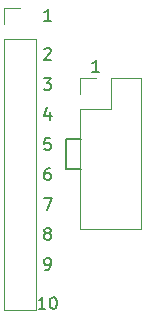
<source format=gto>
G04 #@! TF.GenerationSoftware,KiCad,Pcbnew,(5.1.6-0-10_14)*
G04 #@! TF.CreationDate,2020-08-07T14:29:10+09:00*
G04 #@! TF.ProjectId,breakout_2x5,62726561-6b6f-4757-945f-3278352e6b69,rev?*
G04 #@! TF.SameCoordinates,Original*
G04 #@! TF.FileFunction,Legend,Top*
G04 #@! TF.FilePolarity,Positive*
%FSLAX46Y46*%
G04 Gerber Fmt 4.6, Leading zero omitted, Abs format (unit mm)*
G04 Created by KiCad (PCBNEW (5.1.6-0-10_14)) date 2020-08-07 14:29:10*
%MOMM*%
%LPD*%
G01*
G04 APERTURE LIST*
%ADD10C,0.150000*%
%ADD11C,0.120000*%
G04 APERTURE END LIST*
D10*
X151415714Y-87066380D02*
X150844285Y-87066380D01*
X151130000Y-87066380D02*
X151130000Y-86066380D01*
X151034761Y-86209238D01*
X150939523Y-86304476D01*
X150844285Y-86352095D01*
X146875523Y-107132380D02*
X146304095Y-107132380D01*
X146589809Y-107132380D02*
X146589809Y-106132380D01*
X146494571Y-106275238D01*
X146399333Y-106370476D01*
X146304095Y-106418095D01*
X147494571Y-106132380D02*
X147589809Y-106132380D01*
X147685047Y-106180000D01*
X147732666Y-106227619D01*
X147780285Y-106322857D01*
X147827904Y-106513333D01*
X147827904Y-106751428D01*
X147780285Y-106941904D01*
X147732666Y-107037142D01*
X147685047Y-107084761D01*
X147589809Y-107132380D01*
X147494571Y-107132380D01*
X147399333Y-107084761D01*
X147351714Y-107037142D01*
X147304095Y-106941904D01*
X147256476Y-106751428D01*
X147256476Y-106513333D01*
X147304095Y-106322857D01*
X147351714Y-106227619D01*
X147399333Y-106180000D01*
X147494571Y-106132380D01*
X146875523Y-103830380D02*
X147066000Y-103830380D01*
X147161238Y-103782761D01*
X147208857Y-103735142D01*
X147304095Y-103592285D01*
X147351714Y-103401809D01*
X147351714Y-103020857D01*
X147304095Y-102925619D01*
X147256476Y-102878000D01*
X147161238Y-102830380D01*
X146970761Y-102830380D01*
X146875523Y-102878000D01*
X146827904Y-102925619D01*
X146780285Y-103020857D01*
X146780285Y-103258952D01*
X146827904Y-103354190D01*
X146875523Y-103401809D01*
X146970761Y-103449428D01*
X147161238Y-103449428D01*
X147256476Y-103401809D01*
X147304095Y-103354190D01*
X147351714Y-103258952D01*
X146970761Y-100718952D02*
X146875523Y-100671333D01*
X146827904Y-100623714D01*
X146780285Y-100528476D01*
X146780285Y-100480857D01*
X146827904Y-100385619D01*
X146875523Y-100338000D01*
X146970761Y-100290380D01*
X147161238Y-100290380D01*
X147256476Y-100338000D01*
X147304095Y-100385619D01*
X147351714Y-100480857D01*
X147351714Y-100528476D01*
X147304095Y-100623714D01*
X147256476Y-100671333D01*
X147161238Y-100718952D01*
X146970761Y-100718952D01*
X146875523Y-100766571D01*
X146827904Y-100814190D01*
X146780285Y-100909428D01*
X146780285Y-101099904D01*
X146827904Y-101195142D01*
X146875523Y-101242761D01*
X146970761Y-101290380D01*
X147161238Y-101290380D01*
X147256476Y-101242761D01*
X147304095Y-101195142D01*
X147351714Y-101099904D01*
X147351714Y-100909428D01*
X147304095Y-100814190D01*
X147256476Y-100766571D01*
X147161238Y-100718952D01*
X146732666Y-97750380D02*
X147399333Y-97750380D01*
X146970761Y-98750380D01*
X147256476Y-95210380D02*
X147066000Y-95210380D01*
X146970761Y-95258000D01*
X146923142Y-95305619D01*
X146827904Y-95448476D01*
X146780285Y-95638952D01*
X146780285Y-96019904D01*
X146827904Y-96115142D01*
X146875523Y-96162761D01*
X146970761Y-96210380D01*
X147161238Y-96210380D01*
X147256476Y-96162761D01*
X147304095Y-96115142D01*
X147351714Y-96019904D01*
X147351714Y-95781809D01*
X147304095Y-95686571D01*
X147256476Y-95638952D01*
X147161238Y-95591333D01*
X146970761Y-95591333D01*
X146875523Y-95638952D01*
X146827904Y-95686571D01*
X146780285Y-95781809D01*
X147304095Y-92670380D02*
X146827904Y-92670380D01*
X146780285Y-93146571D01*
X146827904Y-93098952D01*
X146923142Y-93051333D01*
X147161238Y-93051333D01*
X147256476Y-93098952D01*
X147304095Y-93146571D01*
X147351714Y-93241809D01*
X147351714Y-93479904D01*
X147304095Y-93575142D01*
X147256476Y-93622761D01*
X147161238Y-93670380D01*
X146923142Y-93670380D01*
X146827904Y-93622761D01*
X146780285Y-93575142D01*
X147256476Y-90463714D02*
X147256476Y-91130380D01*
X147018380Y-90082761D02*
X146780285Y-90797047D01*
X147399333Y-90797047D01*
X146732666Y-87590380D02*
X147351714Y-87590380D01*
X147018380Y-87971333D01*
X147161238Y-87971333D01*
X147256476Y-88018952D01*
X147304095Y-88066571D01*
X147351714Y-88161809D01*
X147351714Y-88399904D01*
X147304095Y-88495142D01*
X147256476Y-88542761D01*
X147161238Y-88590380D01*
X146875523Y-88590380D01*
X146780285Y-88542761D01*
X146732666Y-88495142D01*
X146780285Y-85145619D02*
X146827904Y-85098000D01*
X146923142Y-85050380D01*
X147161238Y-85050380D01*
X147256476Y-85098000D01*
X147304095Y-85145619D01*
X147351714Y-85240857D01*
X147351714Y-85336095D01*
X147304095Y-85478952D01*
X146732666Y-86050380D01*
X147351714Y-86050380D01*
X147351714Y-82748380D02*
X146780285Y-82748380D01*
X147066000Y-82748380D02*
X147066000Y-81748380D01*
X146970761Y-81891238D01*
X146875523Y-81986476D01*
X146780285Y-82034095D01*
X148590000Y-95250000D02*
X149860000Y-95250000D01*
X148590000Y-92710000D02*
X148590000Y-95250000D01*
X149860000Y-92710000D02*
X148590000Y-92710000D01*
D11*
G04 #@! TO.C,J1*
X143385001Y-81685001D02*
X144715001Y-81685001D01*
X143385001Y-83015001D02*
X143385001Y-81685001D01*
X143385001Y-84285001D02*
X146045001Y-84285001D01*
X146045001Y-84285001D02*
X146045001Y-107205001D01*
X143385001Y-84285001D02*
X143385001Y-107205001D01*
X143385001Y-107205001D02*
X146045001Y-107205001D01*
G04 #@! TO.C,U1*
X149800000Y-87570000D02*
X151130000Y-87570000D01*
X149800000Y-88900000D02*
X149800000Y-87570000D01*
X152400000Y-87570000D02*
X155000000Y-87570000D01*
X152400000Y-90170000D02*
X152400000Y-87570000D01*
X149800000Y-90170000D02*
X152400000Y-90170000D01*
X155000000Y-87570000D02*
X155000000Y-100390000D01*
X149800000Y-90170000D02*
X149800000Y-100390000D01*
X149800000Y-100390000D02*
X155000000Y-100390000D01*
G04 #@! TD*
M02*

</source>
